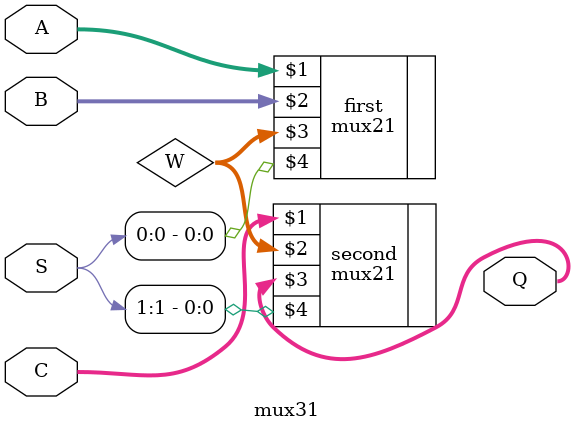
<source format=sv>
module mux31(A, B, C, Q, S);

   input logic[26:0] A, B, C;
   input logic [1:0] S;
   output logic [26:0] Q;

   logic [26:0]        W;

   mux21 first(A, B, W, S[0]);
   mux21 second(C, W, Q, S[1]);

endmodule // mux31

</source>
